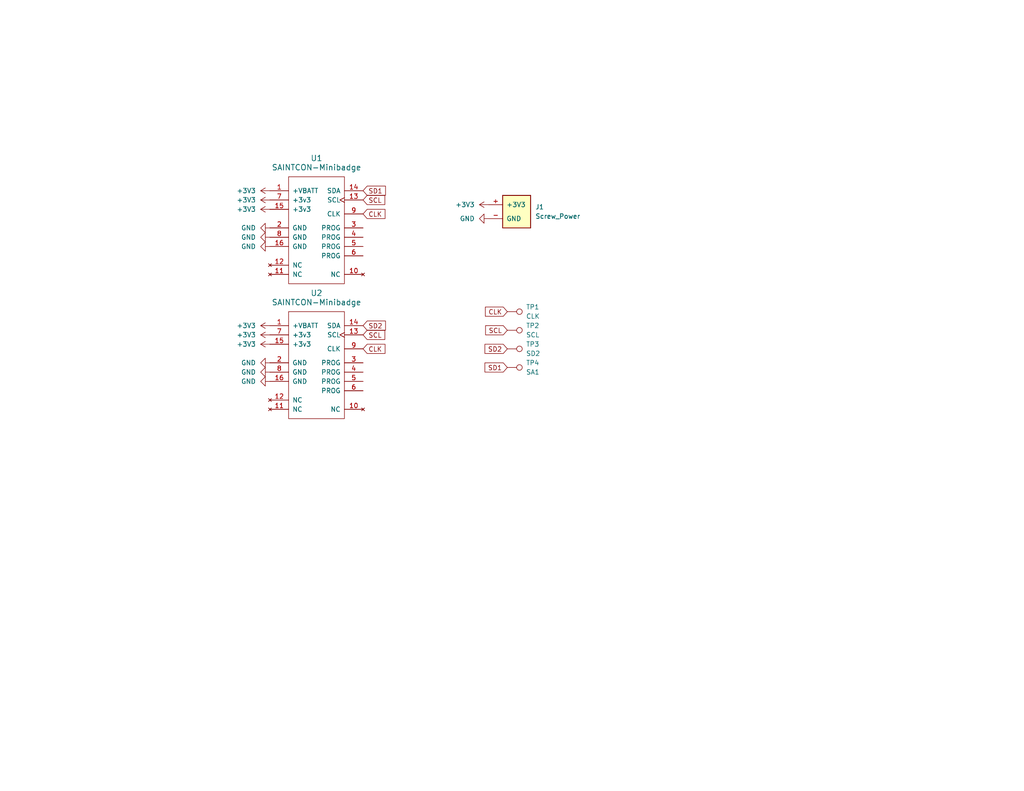
<source format=kicad_sch>
(kicad_sch (version 20231120) (generator "eeschema") (generator_version "8.0")
  (paper "A")
  (lib_symbols
    (symbol "Connector:TestPoint" (pin_numbers hide) (pin_names (offset 0.762) hide)
      (property "Reference" "TP" (at 0 6.858 0))
      (property "Value" "TestPoint" (at 0 5.08 0))
      (symbol "TestPoint_0_1"
        (circle (center 0 3.302) (radius 0.762))
      )
      (symbol "TestPoint_1_1"
        (pin passive line (at 0 0 90) (length 2.54) (name "1") (number "1"))
      )
    )
    (symbol "Saintcon2024Klip-ons:Screw_Power" (pin_names (offset 1.016))
      (property "Reference" "J" (at -0.254 5.08 0))
      (property "Value" "Screw_Power" (at 0.254 -6.35 0))
      (symbol "Screw_Power_1_1"
        (rectangle (start -3.81 3.81) (end 3.81 -5.08) (stroke (width 0.254)) (fill (type background)))
        (pin power_out line (at -7.62 1.27 0) (length 3.81) (name "+3V3") (number "+"))
        (pin power_out line (at -7.62 -2.54 0) (length 3.81) (name "GND") (number "-"))
      )
    )
    (symbol "power:+3V3" (power) (pin_names (offset 0))
      (property "Value" "+3V3" (at 0 3.556 0))
      (symbol "+3V3_0_1"
        (polyline (pts (xy -0.762 1.27) (xy 0 2.54)))
        (polyline (pts (xy 0 0) (xy 0 2.54)))
        (polyline (pts (xy 0 2.54) (xy 0.762 1.27)))
      )
      (symbol "+3V3_1_1"
        (pin power_in line (at 0 0 90) (length 0) hide (name "+3V3") (number "1"))
      )
    )
    (symbol "power:GND" (power) (pin_names (offset 0))
      (property "Value" "GND" (at 0 -3.81 0))
      (symbol "GND_0_1"
        (polyline (pts (xy 0 0) (xy 0 -1.27) (xy 1.27 -1.27) (xy 0 -2.54) (xy -1.27 -1.27) (xy 0 -1.27)))
      )
      (symbol "GND_1_1"
        (pin power_in line (at 0 0 270) (length 0) hide (name "GND") (number "1"))
      )
    )
    (symbol "saintcon-minibadge:SAINTCON-Minibadge" (pin_names (offset 1.016))
      (property "Reference" "U" (at -6.35 11.43 0))
      (property "Value" "SAINTCON-Minibadge" (at 1.27 -20.32 0))
      (symbol "SAINTCON-Minibadge_0_1"
        (rectangle (start -7.62 10.16) (end 7.62 -19.05))
      )
      (symbol "SAINTCON-Minibadge_1_1"
        (pin power_out line (at -12.7 6.35 0) (length 5.08) (name "+VBATT") (number "1"))
        (pin no_connect line (at 12.7 -16.51 180) (length 5.08) (name "NC") (number "10"))
        (pin no_connect line (at -12.7 -16.51 0) (length 5.08) (name "NC") (number "11"))
        (pin no_connect line (at -12.7 -13.97 0) (length 5.08) (name "NC") (number "12"))
        (pin output clock (at 12.7 3.81 180) (length 5.08) (name "SCL") (number "13"))
        (pin bidirectional line (at 12.7 6.35 180) (length 5.08) (name "SDA") (number "14"))
        (pin power_out line (at -12.7 1.27 0) (length 5.08) (name "+3v3") (number "15"))
        (pin power_out line (at -12.7 -8.89 0) (length 5.08) (name "GND") (number "16"))
        (pin power_out line (at -12.7 -3.81 0) (length 5.08) (name "GND") (number "2"))
        (pin bidirectional line (at 12.7 -3.81 180) (length 5.08) (name "PROG") (number "3"))
        (pin bidirectional line (at 12.7 -6.35 180) (length 5.08) (name "PROG") (number "4"))
        (pin bidirectional line (at 12.7 -8.89 180) (length 5.08) (name "PROG") (number "5"))
        (pin bidirectional line (at 12.7 -11.43 180) (length 5.08) (name "PROG") (number "6"))
        (pin power_out line (at -12.7 3.81 0) (length 5.08) (name "+3v3") (number "7"))
        (pin power_out line (at -12.7 -6.35 0) (length 5.08) (name "GND") (number "8"))
        (pin output line (at 12.7 0 180) (length 5.08) (name "CLK") (number "9"))
      )
    )
  )
  (global_label "SCL" (shape input) (at 99.06 91.44 0) (property "Intersheetrefs" "${INTERSHEET_REFS}" (effects (hide yes))))
  (global_label "SD2" (shape input) (at 99.06 88.9 0) (property "Intersheetrefs" "${INTERSHEET_REFS}" (effects (hide yes))))
  (global_label "SD2" (shape input) (at 138.43 95.25 180) (property "Intersheetrefs" "${INTERSHEET_REFS}" (effects (hide yes))))
  (global_label "SD1" (shape input) (at 99.06 52.07 0) (property "Intersheetrefs" "${INTERSHEET_REFS}" (effects (hide yes))))
  (global_label "SD1" (shape input) (at 138.43 100.33 180) (property "Intersheetrefs" "${INTERSHEET_REFS}" (effects (hide yes))))
  (global_label "CLK" (shape input) (at 99.06 95.25 0) (property "Intersheetrefs" "${INTERSHEET_REFS}" (effects (hide yes))))
  (global_label "CLK" (shape input) (at 138.43 85.09 180) (property "Intersheetrefs" "${INTERSHEET_REFS}" (effects (hide yes))))
  (global_label "SCL" (shape input) (at 138.43 90.17 180) (property "Intersheetrefs" "${INTERSHEET_REFS}" (effects (hide yes))))
  (global_label "SCL" (shape input) (at 99.06 54.61 0) (property "Intersheetrefs" "${INTERSHEET_REFS}" (effects (hide yes))))
  (global_label "CLK" (shape input) (at 99.06 58.42 0) (property "Intersheetrefs" "${INTERSHEET_REFS}" (effects (hide yes))))
  (symbol (lib_id "Connector:TestPoint") (at 138.43 90.17 270) (unit 1)
    (property "Reference" "TP2" (at 143.51 88.8999 90) (effects (justify left)))
    (property "Value" "SCL" (at 143.51 91.4399 90) (effects (justify left)))
    (property "Footprint" "TestPoint:TestPoint_THTPad_D2.0mm_Drill1.0mm" (effects (hide yes)))
    (property "Description" "test point" (effects (hide yes)))
  )
  (symbol (lib_id "power:+3V3") (at 73.66 91.44 90) (unit 1)
    (property "Reference" "#PWR09" (effects (hide yes)))
    (property "Value" "+3V3" (at 69.85 91.4399 90) (effects (justify left)))
  )
  (symbol (lib_id "power:+3V3") (at 73.66 93.98 90) (unit 1)
    (property "Reference" "#PWR010" (effects (hide yes)))
    (property "Value" "+3V3" (at 69.85 93.9799 90) (effects (justify left)))
  )
  (symbol (lib_id "power:+3V3") (at 73.66 57.15 90) (unit 1)
    (property "Reference" "#PWR04" (effects (hide yes)))
    (property "Value" "+3V3" (at 69.85 57.1499 90) (effects (justify left)))
  )
  (symbol (lib_id "power:GND") (at 73.66 62.23 270) (unit 1)
    (property "Reference" "#PWR06" (effects (hide yes)))
    (property "Value" "GND" (at 69.85 62.2299 90) (effects (justify right)))
  )
  (symbol (lib_id "Connector:TestPoint") (at 138.43 100.33 270) (unit 1)
    (property "Reference" "TP4" (at 143.51 99.0599 90) (effects (justify left)))
    (property "Value" "SA1" (at 143.51 101.5999 90) (effects (justify left)))
    (property "Footprint" "TestPoint:TestPoint_THTPad_D2.0mm_Drill1.0mm" (effects (hide yes)))
    (property "Description" "test point" (effects (hide yes)))
  )
  (symbol (lib_id "power:+3V3") (at 73.66 52.07 90) (unit 1)
    (property "Reference" "#PWR05" (effects (hide yes)))
    (property "Value" "+3V3" (at 69.85 52.0699 90) (effects (justify left)))
  )
  (symbol (lib_id "power:GND") (at 73.66 104.14 270) (unit 1)
    (property "Reference" "#PWR013" (effects (hide yes)))
    (property "Value" "GND" (at 69.85 104.1399 90) (effects (justify right)))
  )
  (symbol (lib_id "power:GND") (at 73.66 99.06 270) (unit 1)
    (property "Reference" "#PWR011" (effects (hide yes)))
    (property "Value" "GND" (at 69.85 99.0599 90) (effects (justify right)))
  )
  (symbol (lib_id "power:GND") (at 73.66 101.6 270) (unit 1)
    (property "Reference" "#PWR012" (effects (hide yes)))
    (property "Value" "GND" (at 69.85 101.5999 90) (effects (justify right)))
  )
  (symbol (lib_id "Saintcon2024Klip-ons:Screw_Power") (at 140.97 57.15 0) (unit 1)
    (property "Reference" "J1" (at 146.05 56.5149 0) (effects (justify left)))
    (property "Value" "Screw_Power" (at 146.05 59.0549 0) (effects (justify left)))
    (property "Footprint" "Saintcon2024Klip-ons:Saintcon2024Klip-onLeft" (effects (hide yes)))
  )
  (symbol (lib_id "power:GND") (at 73.66 64.77 270) (unit 1)
    (property "Reference" "#PWR02" (effects (hide yes)))
    (property "Value" "GND" (at 69.85 64.7699 90) (effects (justify right)))
  )
  (symbol (lib_id "power:GND") (at 73.66 67.31 270) (unit 1)
    (property "Reference" "#PWR07" (effects (hide yes)))
    (property "Value" "GND" (at 69.85 67.3099 90) (effects (justify right)))
  )
  (symbol (lib_id "Connector:TestPoint") (at 138.43 85.09 270) (unit 1)
    (property "Reference" "TP1" (at 143.51 83.8199 90) (effects (justify left)))
    (property "Value" "CLK" (at 143.51 86.3599 90) (effects (justify left)))
    (property "Footprint" "TestPoint:TestPoint_THTPad_D2.0mm_Drill1.0mm" (effects (hide yes)))
    (property "Description" "test point" (effects (hide yes)))
  )
  (symbol (lib_id "Connector:TestPoint") (at 138.43 95.25 270) (unit 1)
    (property "Reference" "TP3" (at 143.51 93.9799 90) (effects (justify left)))
    (property "Value" "SD2" (at 143.51 96.5199 90) (effects (justify left)))
    (property "Footprint" "TestPoint:TestPoint_THTPad_D2.0mm_Drill1.0mm" (effects (hide yes)))
    (property "Description" "test point" (effects (hide yes)))
  )
  (symbol (lib_id "saintcon-minibadge:SAINTCON-Minibadge") (at 86.36 58.42 0) (unit 1)
    (property "Reference" "U1" (at 86.36 43.18 0) (effects (font (size 1.524 1.524))))
    (property "Value" "SAINTCON-Minibadge" (at 86.36 45.72 0) (effects (font (size 1.524 1.524))))
    (property "Footprint" "minibadge_kicad:SAINTCON-Minibadge-Shiny" (effects (hide yes)))
  )
  (symbol (lib_id "power:+3V3") (at 73.66 54.61 90) (unit 1)
    (property "Reference" "#PWR01" (effects (hide yes)))
    (property "Value" "+3V3" (at 69.85 54.6099 90) (effects (justify left)))
  )
  (symbol (lib_id "power:+3V3") (at 73.66 88.9 90) (unit 1)
    (property "Reference" "#PWR08" (effects (hide yes)))
    (property "Value" "+3V3" (at 69.85 88.8999 90) (effects (justify left)))
  )
  (symbol (lib_id "power:+3V3") (at 133.35 55.88 90) (unit 1)
    (property "Reference" "#PWR03" (effects (hide yes)))
    (property "Value" "+3V3" (at 129.54 55.8799 90) (effects (justify left)))
  )
  (symbol (lib_id "power:GND") (at 133.35 59.69 270) (unit 1)
    (property "Reference" "#PWR024" (effects (hide yes)))
    (property "Value" "GND" (at 129.54 59.6899 90) (effects (justify right)))
  )
  (symbol (lib_id "saintcon-minibadge:SAINTCON-Minibadge") (at 86.36 95.25 0) (unit 1)
    (property "Reference" "U2" (at 86.36 80.01 0) (effects (font (size 1.524 1.524))))
    (property "Value" "SAINTCON-Minibadge" (at 86.36 82.55 0) (effects (font (size 1.524 1.524))))
    (property "Footprint" "minibadge_kicad:SAINTCON-Minibadge-Shiny" (effects (hide yes)))
  )
)
</source>
